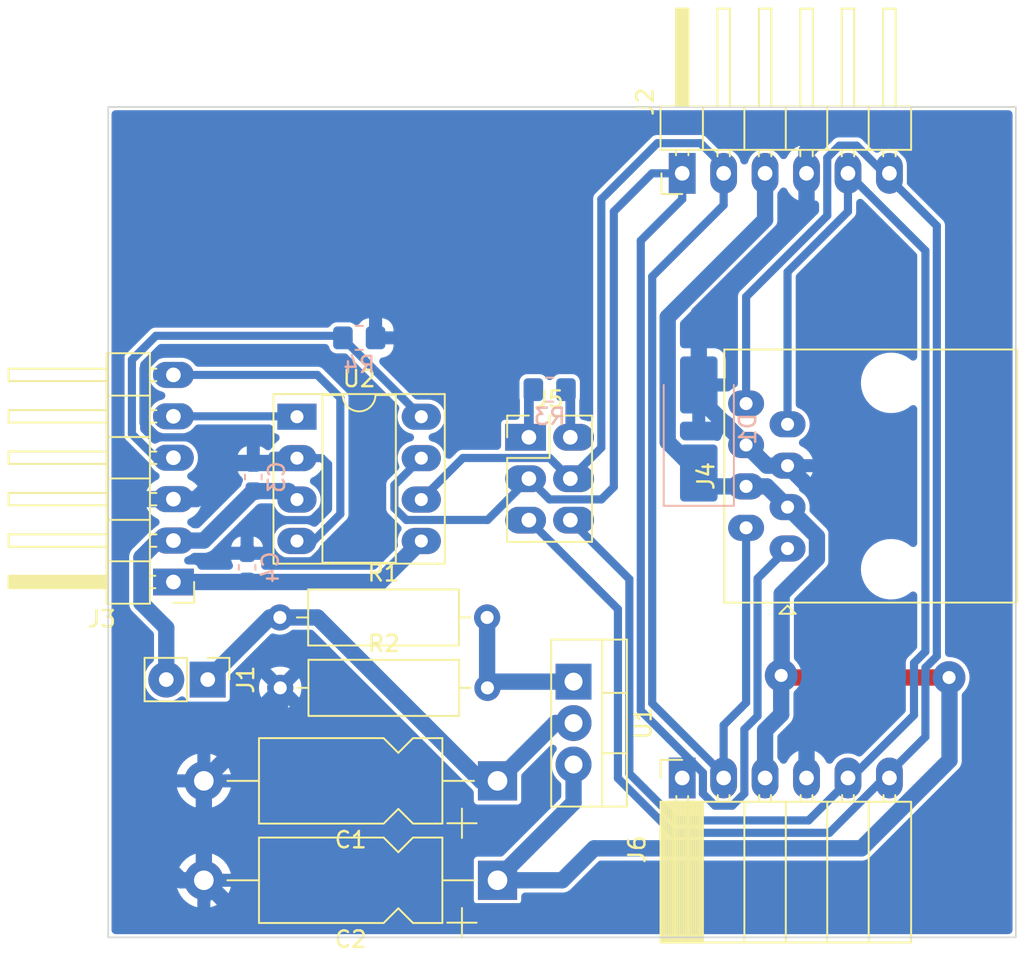
<source format=kicad_pcb>
(kicad_pcb (version 20221018) (generator pcbnew)
  (layers (0 "F.Cu" jumper) (31 "B.Cu" signal) (34 "B.Paste" user) (35 "F.Paste" user) (36 "B.SilkS" user "B.Silkscreen") (37 "F.SilkS" user "F.Silkscreen") (38 "B.Mask" user) (39 "F.Mask" user) (44 "Edge.Cuts" user))
  (net 0 "")
  (net 1 "/+5VCAN")
  (net 2 "GND")
  (net 3 "/+12CAN")
  (net 4 "+5V")
  (net 5 "/VIO")
  (net 6 "/CANH")
  (net 7 "/CANL")
  (net 8 "Net-(J2-Pin_5)")
  (net 9 "Net-(J2-Pin_6)")
  (net 10 "/TXD")
  (net 11 "/RXD")
  (net 12 "Net-(U1-ADJ)")
  (net 13 "/STBY")
  (net 14 "Net-(J5-Pin_1)")
  (net 15 "Net-(J5-Pin_2)")
  (footprint "Resistor_THT:R_Axial_DIN0309_L9.0mm_D3.2mm_P12.70mm_Horizontal" (layer "F.Cu") (at 192.278 139.827)
    (fp_text reference "R2" (at 6.35 -2.72) (layer "F.SilkS"))
    (fp_text value "360")
    (fp_line (start 1.04 0) (end 1.73 0) (stroke (width 0.12)) (layer "F.SilkS"))
    (fp_line (start 1.73 -1.72) (end 1.73 1.72) (stroke (width 0.12)) (layer "F.SilkS"))
    (fp_line (start 1.73 1.72) (end 10.97 1.72) (stroke (width 0.12)) (layer "F.SilkS"))
    (fp_line (start 10.97 -1.72) (end 1.73 -1.72) (stroke (width 0.12)) (layer "F.SilkS"))
    (fp_line (start 10.97 1.72) (end 10.97 -1.72) (stroke (width 0.12)) (layer "F.SilkS"))
    (fp_line (start 11.66 0) (end 10.97 0) (stroke (width 0.12)) (layer "F.SilkS"))
    (pad "1" thru_hole circle (at 0 0) (size 1.6 1.6) (drill 0.8) (layers "*.Cu" "*.Mask") (net 2 "GND"))
    (pad "2" thru_hole oval (at 12.7 0) (size 1.6 1.6) (drill 0.8) (layers "*.Cu" "*.Mask") (net 12 "Net-(U1-ADJ)"))
  )
  (footprint "Connector_PinHeader_2.54mm:PinHeader_2x03_P2.54mm_Vertical" (layer "F.Cu") (at 207.518 124.46)
    (fp_text reference "J5" (at 1.27 -2.33) (layer "F.SilkS"))
    (fp_text value "Conn_02x03_Odd_Even")
    (fp_line (start -1.33 -1.33) (end 0 -1.33) (stroke (width 0.12)) (layer "F.SilkS"))
    (fp_line (start -1.33 0) (end -1.33 -1.33) (stroke (width 0.12)) (layer "F.SilkS"))
    (fp_line (start -1.33 1.27) (end -1.33 6.41) (stroke (width 0.12)) (layer "F.SilkS"))
    (fp_line (start -1.33 1.27) (end 1.27 1.27) (stroke (width 0.12)) (layer "F.SilkS"))
    (fp_line (start -1.33 6.41) (end 3.87 6.41) (stroke (width 0.12)) (layer "F.SilkS"))
    (fp_line (start 1.27 -1.33) (end 3.87 -1.33) (stroke (width 0.12)) (layer "F.SilkS"))
    (fp_line (start 1.27 1.27) (end 1.27 -1.33) (stroke (width 0.12)) (layer "F.SilkS"))
    (fp_line (start 3.87 -1.33) (end 3.87 6.41) (stroke (width 0.12)) (layer "F.SilkS"))
    (pad "1" thru_hole rect locked (at 0 0) (size 2.5 1.64) (drill 0.9 (offset -0.2 0)) (layers "*.Cu" "*.Mask") (net 14 "Net-(J5-Pin_1)"))
    (pad "2" thru_hole oval locked (at 2.54 0) (size 2.5 1.64) (drill 0.9 (offset 0.2 0)) (layers "*.Cu" "*.Mask") (net 15 "Net-(J5-Pin_2)"))
    (pad "3" thru_hole oval locked (at 0 2.54) (size 2.5 1.64) (drill 0.9 (offset -0.2 0)) (layers "*.Cu" "*.Mask") (net 6 "/CANH"))
    (pad "4" thru_hole oval locked (at 2.54 2.54) (size 2.5 1.64) (drill 0.9 (offset 0.2 0)) (layers "*.Cu" "*.Mask") (net 7 "/CANL"))
    (pad "5" thru_hole oval locked (at 0 5.08) (size 2.5 1.64) (drill 0.9 (offset -0.2 0)) (layers "*.Cu" "*.Mask") (net 9 "Net-(J2-Pin_6)"))
    (pad "6" thru_hole oval locked (at 2.54 5.08) (size 2.5 1.64) (drill 0.9 (offset 0.2 0)) (layers "*.Cu" "*.Mask") (net 8 "Net-(J2-Pin_5)"))
  )
  (footprint "Connector_PinHeader_2.54mm:PinHeader_1x02_P2.54mm_Vertical" (layer "F.Cu") (at 187.833 139.319 -90)
    (fp_text reference "J1" (at 0 -2.33 -270) (layer "F.SilkS"))
    (fp_text value "Conn_01x02_Pin")
    (fp_line (start -1.33 -1.33) (end 0 -1.33) (stroke (width 0.12)) (layer "F.SilkS"))
    (fp_line (start -1.33 0) (end -1.33 -1.33) (stroke (width 0.12)) (layer "F.SilkS"))
    (fp_line (start -1.33 1.27) (end -1.33 3.87) (stroke (width 0.12)) (layer "F.SilkS"))
    (fp_line (start -1.33 1.27) (end 1.33 1.27) (stroke (width 0.12)) (layer "F.SilkS"))
    (fp_line (start -1.33 3.87) (end 1.33 3.87) (stroke (width 0.12)) (layer "F.SilkS"))
    (fp_line (start 1.33 1.27) (end 1.33 3.87) (stroke (width 0.12)) (layer "F.SilkS"))
    (pad "1" thru_hole rect (at 0 0 270) (size 2.2 2.2) (drill 0.9) (layers "*.Cu" "*.Mask") (net 1 "/+5VCAN"))
    (pad "2" thru_hole oval (at 0 2.54 270) (size 2.2 2.2) (drill 0.9) (layers "*.Cu" "*.Mask") (net 4 "+5V"))
  )
  (footprint "Connector_PinHeader_2.54mm:PinHeader_1x06_P2.54mm_Horizontal" (layer "F.Cu") (at 216.916 108.2735 90)
    (fp_text reference "J2" (at 4.385 -2.27 90) (layer "F.SilkS"))
    (fp_text value "Conn_01x06_Pin")
    (fp_line (start -1.27 -1.27) (end 0 -1.27) (stroke (width 0.12)) (layer "F.SilkS"))
    (fp_line (start -1.27 0) (end -1.27 -1.27) (stroke (width 0.12)) (layer "F.SilkS"))
    (fp_line (start 1.042929 2.16) (end 1.44 2.16) (stroke (width 0.12)) (layer "F.SilkS"))
    (fp_line (start 1.042929 2.92) (end 1.44 2.92) (stroke (width 0.12)) (layer "F.SilkS"))
    (fp_line (start 1.042929 4.7) (end 1.44 4.7) (stroke (width 0.12)) (layer "F.SilkS"))
    (fp_line (start 1.042929 5.46) (end 1.44 5.46) (stroke (width 0.12)) (layer "F.SilkS"))
    (fp_line (start 1.042929 7.24) (end 1.44 7.24) (stroke (width 0.12)) (layer "F.SilkS"))
    (fp_line (start 1.042929 8) (end 1.44 8) (stroke (width 0.12)) (layer "F.SilkS"))
    (fp_line (start 1.042929 9.78) (end 1.44 9.78) (stroke (width 0.12)) (layer "F.SilkS"))
    (fp_line (start 1.042929 10.54) (end 1.44 10.54) (stroke (width 0.12)) (layer "F.SilkS"))
    (fp_line (start 1.042929 12.32) (end 1.44 12.32) (stroke (width 0.12)) (layer "F.SilkS"))
    (fp_line (start 1.042929 13.08) (end 1.44 13.08) (stroke (width 0.12)) (layer "F.SilkS"))
    (fp_line (start 1.11 -0.38) (end 1.44 -0.38) (stroke (width 0.12)) (layer "F.SilkS"))
    (fp_line (start 1.11 0.38) (end 1.44 0.38) (stroke (width 0.12)) (layer "F.SilkS"))
    (fp_line (start 1.44 -1.33) (end 1.44 14.03) (stroke (width 0.12)) (layer "F.SilkS"))
    (fp_line (start 1.44 1.27) (end 4.1 1.27) (stroke (width 0.12)) (layer "F.SilkS"))
    (fp_line (start 1.44 3.81) (end 4.1 3.81) (stroke (width 0.12)) (layer "F.SilkS"))
    (fp_line (start 1.44 6.35) (end 4.1 6.35) (stroke (width 0.12)) (layer "F.SilkS"))
    (fp_line (start 1.44 8.89) (end 4.1 8.89) (stroke (width 0.12)) (layer "F.SilkS"))
    (fp_line (start 1.44 11.43) (end 4.1 11.43) (stroke (width 0.12)) (layer "F.SilkS"))
    (fp_line (start 1.44 14.03) (end 4.1 14.03) (stroke (width 0.12)) (layer "F.SilkS"))
    (fp_line (start 4.1 -1.33) (end 1.44 -1.33) (stroke (width 0.12)) (layer "F.SilkS"))
    (fp_line (start 4.1 -0.38) (end 10.1 -0.38) (stroke (width 0.12)) (layer "F.SilkS"))
    (fp_line (start 4.1 -0.32) (end 10.1 -0.32) (stroke (width 0.12)) (layer "F.SilkS"))
    (fp_line (start 4.1 -0.2) (end 10.1 -0.2) (stroke (width 0.12)) (layer "F.SilkS"))
    (fp_line (start 4.1 -0.08) (end 10.1 -0.08) (stroke (width 0.12)) (layer "F.SilkS"))
    (fp_line (start 4.1 0.04) (end 10.1 0.04) (stroke (width 0.12)) (layer "F.SilkS"))
    (fp_line (start 4.1 0.16) (end 10.1 0.16) (stroke (width 0.12)) (layer "F.SilkS"))
    (fp_line (start 4.1 0.28) (end 10.1 0.28) (stroke (width 0.12)) (layer "F.SilkS"))
    (fp_line (start 4.1 2.16) (end 10.1 2.16) (stroke (width 0.12)) (layer "F.SilkS"))
    (fp_line (start 4.1 4.7) (end 10.1 4.7) (stroke (width 0.12)) (layer "F.SilkS"))
    (fp_line (start 4.1 7.24) (end 10.1 7.24) (stroke (width 0.12)) (layer "F.SilkS"))
    (fp_line (start 4.1 9.78) (end 10.1 9.78) (stroke (width 0.12)) (layer "F.SilkS"))
    (fp_line (start 4.1 12.32) (end 10.1 12.32) (stroke (width 0.12)) (layer "F.SilkS"))
    (fp_line (start 4.1 14.03) (end 4.1 -1.33) (stroke (width 0.12)) (layer "F.SilkS"))
    (fp_line (start 10.1 -0.38) (end 10.1 0.38) (stroke (width 0.12)) (layer "F.SilkS"))
    (fp_line (start 10.1 0.38) (end 4.1 0.38) (stroke (width 0.12)) (layer "F.SilkS"))
    (fp_line (start 10.1 2.16) (end 10.1 2.92) (stroke (width 0.12)) (layer "F.SilkS"))
    (fp_line (start 10.1 2.92) (end 4.1 2.92) (stroke (width 0.12)) (layer "F.SilkS"))
    (fp_line (start 10.1 4.7) (end 10.1 5.46) (stroke (width 0.12)) (layer "F.SilkS"))
    (fp_line (start 10.1 5.46) (end 4.1 5.46) (stroke (width 0.12)) (layer "F.SilkS"))
    (fp_line (start 10.1 7.24) (end 10.1 8) (stroke (width 0.12)) (layer "F.SilkS"))
    (fp_line (start 10.1 8) (end 4.1 8) (stroke (width 0.12)) (layer "F.SilkS"))
    (fp_line (start 10.1 9.78) (end 10.1 10.54) (stroke (width 0.12)) (layer "F.SilkS"))
    (fp_line (start 10.1 10.54) (end 4.1 10.54) (stroke (width 0.12)) (layer "F.SilkS"))
    (fp_line (start 10.1 12.32) (end 10.1 13.08) (stroke (width 0.12)) (layer "F.SilkS"))
    (fp_line (start 10.1 13.08) (end 4.1 13.08) (stroke (width 0.12)) (layer "F.SilkS"))
    (pad "1" thru_hole rect locked (at 0 0 90) (size 2.5 1.64) (drill 0.9) (layers "*.Cu" "*.Mask") (net 6 "/CANH"))
    (pad "2" thru_hole oval locked (at 0 2.54 90) (size 2.5 1.64) (drill 0.9) (layers "*.Cu" "*.Mask") (net 7 "/CANL"))
    (pad "3" thru_hole oval locked (at 0 5.08 90) (size 2.5 1.64) (drill 0.9) (layers "*.Cu" "*.Mask") (net 3 "/+12CAN"))
    (pad "4" thru_hole oval locked (at 0 7.62 90) (size 2.5 1.64) (drill 0.9) (layers "*.Cu" "*.Mask") (net 2 "GND"))
    (pad "5" thru_hole oval locked (at 0 10.16 90) (size 2.5 1.64) (drill 0.9) (layers "*.Cu" "*.Mask") (net 8 "Net-(J2-Pin_5)"))
    (pad "6" thru_hole oval locked (at 0 12.7 90) (size 2.5 1.64) (drill 0.9) (layers "*.Cu" "*.Mask") (net 9 "Net-(J2-Pin_6)"))
  )
  (footprint "local:RJ45_Amphenol_54602-x08_Horizontal_handsolder" (layer "F.Cu") (at 223.373 131.2825 90)
    (fp_text reference "J4" (at 4.445 -5 90) (layer "F.SilkS"))
    (fp_text value "RJ45")
    (fp_line (start -4 -0.5) (end -4 0.5) (stroke (width 0.12)) (layer "F.SilkS"))
    (fp_line (start -4 0.5) (end -3.5 0) (stroke (width 0.12)) (layer "F.SilkS"))
    (fp_line (start -3.5 0) (end -4 -0.5) (stroke (width 0.12)) (layer "F.SilkS"))
    (fp_line (start -3.315 -3.88) (end -3.315 14.08) (stroke (width 0.12)) (layer "F.SilkS"))
    (fp_line (start -3.315 14.08) (end 12.205 14.08) (stroke (width 0.12)) (layer "F.SilkS"))
    (fp_line (start 12.205 -3.88) (end -3.315 -3.88) (stroke (width 0.12)) (layer "F.SilkS"))
    (fp_line (start 12.205 -3.88) (end 12.205 14.08) (stroke (width 0.12)) (layer "F.SilkS"))
    (pad "" np_thru_hole circle locked (at -1.27 6.35 90) (size 3.2 3.2) (drill 3.2) (layers "*.Cu" "*.Mask"))
    (pad "" np_thru_hole circle locked (at 10.16 6.35 90) (size 3.2 3.2) (drill 3.2) (layers "*.Cu" "*.Mask"))
    (pad "1" thru_hole oval locked (at 0 0 90) (size 1.6 2.2) (drill 0.8) (layers "*.Cu" "*.Mask") (net 6 "/CANH"))
    (pad "2" thru_hole oval locked (at 1.27 -2.54 90) (size 1.6 2.2) (drill 0.8) (layers "*.Cu" "*.Mask") (net 7 "/CANL"))
    (pad "3" thru_hole oval locked (at 2.54 0 90) (size 1.6 2.2) (drill 0.8) (layers "*.Cu" "*.Mask") (net 3 "/+12CAN"))
    (pad "4" thru_hole oval locked (at 3.81 -2.54 90) (size 1.6 2.2) (drill 0.8) (layers "*.Cu" "*.Mask") (net 3 "/+12CAN"))
    (pad "5" thru_hole oval locked (at 5.08 0 90) (size 1.6 2.2) (drill 0.8) (layers "*.Cu" "*.Mask") (net 2 "GND"))
    (pad "6" thru_hole oval locked (at 6.35 -2.54 90) (size 1.6 2.2) (drill 0.8) (layers "*.Cu" "*.Mask") (net 2 "GND"))
    (pad "7" thru_hole oval locked (at 7.62 0 90) (size 1.6 2.2) (drill 0.8) (layers "*.Cu" "*.Mask") (net 8 "Net-(J2-Pin_5)"))
    (pad "8" thru_hole oval locked (at 8.89 -2.54 90) (size 1.6 2.2) (drill 0.8) (layers "*.Cu" "*.Mask") (net 9 "Net-(J2-Pin_6)"))
  )
  (footprint "Capacitor_THT:CP_Axial_L11.0mm_D5.0mm_P18.00mm_Horizontal" (layer "F.Cu") (at 205.596 151.6265 180)
    (fp_text reference "C2" (at 9 -3.62) (layer "F.SilkS"))
    (fp_text value "10µ")
    (fp_line (start 1.28 -2.6) (end 3.08 -2.6) (stroke (width 0.12)) (layer "F.SilkS"))
    (fp_line (start 1.44 0) (end 3.38 0) (stroke (width 0.12)) (layer "F.SilkS"))
    (fp_line (start 2.18 -3.5) (end 2.18 -1.7) (stroke (width 0.12)) (layer "F.SilkS"))
    (fp_line (start 3.38 -2.62) (end 3.38 2.62) (stroke (width 0.12)) (layer "F.SilkS"))
    (fp_line (start 3.38 -2.62) (end 5.18 -2.62) (stroke (width 0.12)) (layer "F.SilkS"))
    (fp_line (start 3.38 2.62) (end 5.18 2.62) (stroke (width 0.12)) (layer "F.SilkS"))
    (fp_line (start 5.18 -2.62) (end 6.08 -1.72) (stroke (width 0.12)) (layer "F.SilkS"))
    (fp_line (start 5.18 2.62) (end 6.08 1.72) (stroke (width 0.12)) (layer "F.SilkS"))
    (fp_line (start 6.08 -1.72) (end 6.98 -2.62) (stroke (width 0.12)) (layer "F.SilkS"))
    (fp_line (start 6.08 1.72) (end 6.98 2.62) (stroke (width 0.12)) (layer "F.SilkS"))
    (fp_line (start 6.98 -2.62) (end 14.62 -2.62) (stroke (width 0.12)) (layer "F.SilkS"))
    (fp_line (start 6.98 2.62) (end 14.62 2.62) (stroke (width 0.12)) (layer "F.SilkS"))
    (fp_line (start 14.62 -2.62) (end 14.62 2.62) (stroke (width 0.12)) (layer "F.SilkS"))
    (fp_line (start 16.56 0) (end 14.62 0) (stroke (width 0.12)) (layer "F.SilkS"))
    (pad "1" thru_hole rect (at 0 0 180) (size 2.4 2.4) (drill 1.2) (layers "*.Cu" "*.Mask") (net 3 "/+12CAN"))
    (pad "2" thru_hole oval (at 18 0 180) (size 2.4 2.4) (drill 1.2) (layers "*.Cu" "*.Mask") (net 2 "GND"))
  )
  (footprint "Connector_PinHeader_2.54mm:PinHeader_1x06_P2.54mm_Horizontal" (layer "F.Cu") (at 185.731 133.335 180)
    (fp_text reference "J3" (at 4.385 -2.27) (layer "F.SilkS"))
    (fp_text value "Conn_01x06_Pin")
    (fp_line (start -1.27 -1.27) (end 0 -1.27) (stroke (width 0.12)) (layer "F.SilkS"))
    (fp_line (start -1.27 0) (end -1.27 -1.27) (stroke (width 0.12)) (layer "F.SilkS"))
    (fp_line (start 1.042929 2.16) (end 1.44 2.16) (stroke (width 0.12)) (layer "F.SilkS"))
    (fp_line (start 1.042929 2.92) (end 1.44 2.92) (stroke (width 0.12)) (layer "F.SilkS"))
    (fp_line (start 1.042929 4.7) (end 1.44 4.7) (stroke (width 0.12)) (layer "F.SilkS"))
    (fp_line (start 1.042929 5.46) (end 1.44 5.46) (stroke (width 0.12)) (layer "F.SilkS"))
    (fp_line (start 1.042929 7.24) (end 1.44 7.24) (stroke (width 0.12)) (layer "F.SilkS"))
    (fp_line (start 1.042929 8) (end 1.44 8) (stroke (width 0.12)) (layer "F.SilkS"))
    (fp_line (start 1.042929 9.78) (end 1.44 9.78) (stroke (width 0.12)) (layer "F.SilkS"))
    (fp_line (start 1.042929 10.54) (end 1.44 10.54) (stroke (width 0.12)) (layer "F.SilkS"))
    (fp_line (start 1.042929 12.32) (end 1.44 12.32) (stroke (width 0.12)) (layer "F.SilkS"))
    (fp_line (start 1.042929 13.08) (end 1.44 13.08) (stroke (width 0.12)) (layer "F.SilkS"))
    (fp_line (start 1.11 -0.38) (end 1.44 -0.38) (stroke (width 0.12)) (layer "F.SilkS"))
    (fp_line (start 1.11 0.38) (end 1.44 0.38) (stroke (width 0.12)) (layer "F.SilkS"))
    (fp_line (start 1.44 -1.33) (end 1.44 14.03) (stroke (width 0.12)) (layer "F.SilkS"))
    (fp_line (start 1.44 1.27) (end 4.1 1.27) (stroke (width 0.12)) (layer "F.SilkS"))
    (fp_line (start 1.44 3.81) (end 4.1 3.81) (stroke (width 0.12)) (layer "F.SilkS"))
    (fp_line (start 1.44 6.35) (end 4.1 6.35) (stroke (width 0.12)) (layer "F.SilkS"))
    (fp_line (start 1.44 8.89) (end 4.1 8.89) (stroke (width 0.12)) (layer "F.SilkS"))
    (fp_line (start 1.44 11.43) (end 4.1 11.43) (stroke (width 0.12)) (layer "F.SilkS"))
    (fp_line (start 1.44 14.03) (end 4.1 14.03) (stroke (width 0.12)) (layer "F.SilkS"))
    (fp_line (start 4.1 -1.33) (end 1.44 -1.33) (stroke (width 0.12)) (layer "F.SilkS"))
    (fp_line (start 4.1 -0.38) (end 10.1 -0.38) (stroke (width 0.12)) (layer "F.SilkS"))
    (fp_line (start 4.1 -0.32) (end 10.1 -0.32) (stroke (width 0.12)) (layer "F.SilkS"))
    (fp_line (start 4.1 -0.2) (end 10.1 -0.2) (stroke (width 0.12)) (layer "F.SilkS"))
    (fp_line (start 4.1 -0.08) (end 10.1 -0.08) (stroke (width 0.12)) (layer "F.SilkS"))
    (fp_line (start 4.1 0.04) (end 10.1 0.04) (stroke (width 0.12)) (layer "F.SilkS"))
    (fp_line (start 4.1 0.16) (end 10.1 0.16) (stroke (width 0.12)) (layer "F.SilkS"))
    (fp_line (start 4.1 0.28) (end 10.1 0.28) (stroke (width 0.12)) (layer "F.SilkS"))
    (fp_line (start 4.1 2.16) (end 10.1 2.16) (stroke (width 0.12)) (layer "F.SilkS"))
    (fp_line (start 4.1 4.7) (end 10.1 4.7) (stroke (width 0.12)) (layer "F.SilkS"))
    (fp_line (start 4.1 7.24) (end 10.1 7.24) (stroke (width 0.12)) (layer "F.SilkS"))
    (fp_line (start 4.1 9.78) (end 10.1 9.78) (stroke (width 0.12)) (layer "F.SilkS"))
    (fp_line (start 4.1 12.32) (end 10.1 12.32) (stroke (width 0.12)) (layer "F.SilkS"))
    (fp_line (start 4.1 14.03) (end 4.1 -1.33) (stroke (width 0.12)) (layer "F.SilkS"))
    (fp_line (start 10.1 -0.38) (end 10.1 0.38) (stroke (width 0.12)) (layer "F.SilkS"))
    (fp_line (start 10.1 0.38) (end 4.1 0.38) (stroke (width 0.12)) (layer "F.SilkS"))
    (fp_line (start 10.1 2.16) (end 10.1 2.92) (stroke (width 0.12)) (layer "F.SilkS"))
    (fp_line (start 10.1 2.92) (end 4.1 2.92) (stroke (width 0.12)) (layer "F.SilkS"))
    (fp_line (start 10.1 4.7) (end 10.1 5.46) (stroke (width 0.12)) (layer "F.SilkS"))
    (fp_line (start 10.1 5.46) (end 4.1 5.46) (stroke (width 0.12)) (layer "F.SilkS"))
    (fp_line (start 10.1 7.24) (end 10.1 8) (stroke (width 0.12)) (layer "F.SilkS"))
    (fp_line (start 10.1 8) (end 4.1 8) (stroke (width 0.12)) (layer "F.SilkS"))
    (fp_line (start 10.1 9.78) (end 10.1 10.54) (stroke (width 0.12)) (layer "F.SilkS"))
    (fp_line (start 10.1 10.54) (end 4.1 10.54) (stroke (width 0.12)) (layer "F.SilkS"))
    (fp_line (start 10.1 12.32) (end 10.1 13.08) (stroke (width 0.12)) (layer "F.SilkS"))
    (fp_line (start 10.1 13.08) (end 4.1 13.08) (stroke (width 0.12)) (layer "F.SilkS"))
    (pad "1" thru_hole rect locked (at 0 0 180) (size 2.5 1.64) (drill 0.9) (layers "*.Cu" "*.Mask") (net 5 "/VIO"))
    (pad "2" thru_hole oval locked (at 0 2.54 180) (size 2.5 1.6) (drill 0.9) (layers "*.Cu" "*.Mask") (net 4 "+5V"))
    (pad "3" thru_hole oval locked (at 0 5.08 180) (size 2.5 1.6) (drill 0.9) (layers "*.Cu" "*.Mask") (net 2 "GND"))
    (pad "4" thru_hole oval locked (at 0 7.62 180) (size 2.5 1.6) (drill 0.9) (layers "*.Cu" "*.Mask") (net 13 "/STBY"))
    (pad "5" thru_hole oval locked (at 0 10.16 180) (size 2.5 1.6) (drill 0.9) (layers "*.Cu" "*.Mask") (net 10 "/TXD"))
    (pad "6" thru_hole oval locked (at 0 12.7 180) (size 2.5 1.6) (drill 0.9) (layers "*.Cu" "*.Mask") (net 11 "/RXD"))
  )
  (footprint "Package_TO_SOT_THT:TO-220-3_Vertical" (layer "F.Cu") (at 210.256 139.446 -90)
    (fp_text reference "U1" (at 2.54 -4.27 90) (layer "F.SilkS"))
    (fp_text value "LD1117V")
    (fp_line (start -2.58 -3.27) (end -2.58 1.371) (stroke (width 0.12)) (layer "F.SilkS"))
    (fp_line (start -2.58 -3.27) (end 7.66 -3.27) (stroke (width 0.12)) (layer "F.SilkS"))
    (fp_line (start -2.58 -1.76) (end 7.66 -1.76) (stroke (width 0.12)) (layer "F.SilkS"))
    (fp_line (start -2.58 1.371) (end 7.66 1.371) (stroke (width 0.12)) (layer "F.SilkS"))
    (fp_line (start 0.69 -3.27) (end 0.69 -1.76) (stroke (width 0.12)) (layer "F.SilkS"))
    (fp_line (start 4.391 -3.27) (end 4.391 -1.76) (stroke (width 0.12)) (layer "F.SilkS"))
    (fp_line (start 7.66 -3.27) (end 7.66 1.371) (stroke (width 0.12)) (layer "F.SilkS"))
    (pad "1" thru_hole rect (at 0 0 270) (size 2.2 2.2) (drill 1.1) (layers "*.Cu" "*.Mask") (net 12 "Net-(U1-ADJ)"))
    (pad "2" thru_hole oval (at 2.54 0 270) (size 2.2 2.2) (drill 1.1) (layers "*.Cu" "*.Mask") (net 1 "/+5VCAN"))
    (pad "3" thru_hole oval (at 5.08 0 270) (size 2.2 2.2) (drill 1.1) (layers "*.Cu" "*.Mask") (net 3 "/+12CAN"))
  )
  (footprint "Resistor_THT:R_Axial_DIN0309_L9.0mm_D3.2mm_P12.70mm_Horizontal" (layer "F.Cu") (at 192.259 135.509)
    (fp_text reference "R1" (at 6.35 -2.72) (layer "F.SilkS"))
    (fp_text value "120")
    (fp_line (start 1.04 0) (end 1.73 0) (stroke (width 0.12)) (layer "F.SilkS"))
    (fp_line (start 1.73 -1.72) (end 1.73 1.72) (stroke (width 0.12)) (layer "F.SilkS"))
    (fp_line (start 1.73 1.72) (end 10.97 1.72) (stroke (width 0.12)) (layer "F.SilkS"))
    (fp_line (start 10.97 -1.72) (end 1.73 -1.72) (stroke (width 0.12)) (layer "F.SilkS"))
    (fp_line (start 10.97 1.72) (end 10.97 -1.72) (stroke (width 0.12)) (layer "F.SilkS"))
    (fp_line (start 11.66 0) (end 10.97 0) (stroke (width 0.12)) (layer "F.SilkS"))
    (pad "1" thru_hole circle (at 0 0) (size 1.6 1.6) (drill 0.8) (layers "*.Cu" "*.Mask") (net 1 "/+5VCAN"))
    (pad "2" thru_hole oval (at 12.7 0) (size 1.6 1.6) (drill 0.8) (layers "*.Cu" "*.Mask") (net 12 "Net-(U1-ADJ)"))
  )
  (footprint "Capacitor_THT:CP_Axial_L11.0mm_D5.0mm_P18.00mm_Horizontal" (layer "F.Cu") (at 205.596 145.5305 180)
    (fp_text reference "C1" (at 9 -3.62) (layer "F.SilkS"))
    (fp_text value "10µ")
    (fp_line (start 1.28 -2.6) (end 3.08 -2.6) (stroke (width 0.12)) (layer "F.SilkS"))
    (fp_line (start 1.44 0) (end 3.38 0) (stroke (width 0.12)) (layer "F.SilkS"))
    (fp_line (start 2.18 -3.5) (end 2.18 -1.7) (stroke (width 0.12)) (layer "F.SilkS"))
    (fp_line (start 3.38 -2.62) (end 3.38 2.62) (stroke (width 0.12)) (layer "F.SilkS"))
    (fp_line (start 3.38 -2.62) (end 5.18 -2.62) (stroke (width 0.12)) (layer "F.SilkS"))
    (fp_line (start 3.38 2.62) (end 5.18 2.62) (stroke (width 0.12)) (layer "F.SilkS"))
    (fp_line (start 5.18 -2.62) (end 6.08 -1.72) (stroke (width 0.12)) (layer "F.SilkS"))
    (fp_line (start 5.18 2.62) (end 6.08 1.72) (stroke (width 0.12)) (layer "F.SilkS"))
    (fp_line (start 6.08 -1.72) (end 6.98 -2.62) (stroke (width 0.12)) (layer "F.SilkS"))
    (fp_line (start 6.08 1.72) (end 6.98 2.62) (stroke (width 0.12)) (layer "F.SilkS"))
    (fp_line (start 6.98 -2.62) (end 14.62 -2.62) (stroke (width 0.12)) (layer "F.SilkS"))
    (fp_line (start 6.98 2.62) (end 14.62 2.62) (stroke (width 0.12)) (layer "F.SilkS"))
    (fp_line (start 14.62 -2.62) (end 14.62 2.62) (stroke (width 0.12)) (layer "F.SilkS"))
    (fp_line (start 16.56 0) (end 14.62 0) (stroke (width 0.12)) (layer "F.SilkS"))
    (pad "1" thru_hole rect (at 0 0 180) (size 2.4 2.4) (drill 1.2) (layers "*.Cu" "*.Mask") (net 1 "/+5VCAN"))
    (pad "2" thru_hole oval (at 18 0 180) (size 2.4 2.4) (drill 1.2) (layers "*.Cu" "*.Mask") (net 2 "GND"))
  )
  (footprint "Package_DIP:DIP-8_W7.62mm_Socket_LongPads" (layer "F.Cu") (at 193.304 123.2)
    (fp_text reference "U2" (at 3.81 -2.33) (layer "F.SilkS"))
    (fp_text value "MCP2542I/SO")
    (fp_line (start -1.44 -1.39) (end -1.44 9.01) (stroke (width 0.12)) (layer "F.SilkS"))
    (fp_line (start -1.44 9.01) (end 9.06 9.01) (stroke (width 0.12)) (layer "F.SilkS"))
    (fp_line (start 1.56 -1.33) (end 1.56 8.95) (stroke (width 0.12)) (layer "F.SilkS"))
    (fp_line (start 1.56 8.95) (end 6.06 8.95) (stroke (width 0.12)) (layer "F.SilkS"))
    (fp_line (start 2.81 -1.33) (end 1.56 -1.33) (stroke (width 0.12)) (layer "F.SilkS"))
    (fp_line (start 6.06 -1.33) (end 4.81 -1.33) (stroke (width 0.12)) (layer "F.SilkS"))
    (fp_line (start 6.06 8.95) (end 6.06 -1.33) (stroke (width 0.12)) (layer "F.SilkS"))
    (fp_line (start 9.06 -1.39) (end -1.44 -1.39) (stroke (width 0.12)) (layer "F.SilkS"))
    (fp_line (start 9.06 9.01) (end 9.06 -1.39) (stroke (width 0.12)) (layer "F.SilkS"))
    (fp_arc (start 4.81 -1.33) (mid 3.81 -0.33) (end 2.81 -1.33) (stroke (width 0.12)) (layer "F.SilkS"))
    (pad "1" thru_hole rect (at 0 0) (size 2.4 1.6) (drill 0.8) (layers "*.Cu" "*.Mask") (net 10 "/TXD"))
    (pad "2" thru_hole oval (at 0 2.54) (size 2.4 1.6) (drill 0.8) (layers "*.Cu" "*.Mask") (net 2 "GND"))
    (pad "3" thru_hole oval (at 0 5.08) (size 2.4 1.6) (drill 0.8) (layers "*.Cu" "*.Mask") (net 4 "+5V"))
    (pad "4" thru_hole oval (at 0 7.62) (size 2.4 1.6) (drill 0.8) (layers "*.Cu" "*.Mask") (net 11 "/RXD"))
    (pad "5" thru_hole oval (at 7.62 7.62) (size 2.4 1.6) (drill 0.8) (layers "*.Cu" "*.Mask") (net 5 "/VIO"))
    (pad "6" thru_hole oval (at 7.62 5.08) (size 2.4 1.6) (drill 0.8) (layers "*.Cu" "*.Mask") (net 7 "/CANL"))
    (pad "7" thru_hole oval (at 7.62 2.54) (size 2.4 1.6) (drill 0.8) (layers "*.Cu" "*.Mask") (net 6 "/CANH"))
    (pad "8" thru_hole oval (at 7.62 0) (size 2.4 1.6) (drill 0.8) (layers "*.Cu" "*.Mask") (net 13 "/STBY"))
  )
  (footprint "Connector_PinSocket_2.54mm:PinSocket_1x06_P2.54mm_Horizontal" (layer "F.Cu") (at 216.916 145.3515 90)
    (fp_text reference "J6" (at -4.38 -2.77 90) (layer "F.SilkS"))
    (fp_text value "Conn_01x06_Socket")
    (fp_line (start -10.09 -1.33) (end -10.09 14.03) (stroke (width 0.12)) (layer "F.SilkS"))
    (fp_line (start -10.09 -1.33) (end -1.46 -1.33) (stroke (width 0.12)) (layer "F.SilkS"))
    (fp_line (start -10.09 -1.21) (end -1.46 -1.21) (stroke (width 0.12)) (layer "F.SilkS"))
    (fp_line (start -10.09 -1.091905) (end -1.46 -1.091905) (stroke (width 0.12)) (layer "F.SilkS"))
    (fp_line (start -10.09 -0.97381) (end -1.46 -0.97381) (stroke (width 0.12)) (layer "F.SilkS"))
    (fp_line (start -10.09 -0.855715) (end -1.46 -0.855715) (stroke (width 0.12)) (layer "F.SilkS"))
    (fp_line (start -10.09 -0.73762) (end -1.46 -0.73762) (stroke (width 0.12)) (layer "F.SilkS"))
    (fp_line (start -10.09 -0.619525) (end -1.46 -0.619525) (stroke (width 0.12)) (layer "F.SilkS"))
    (fp_line (start -10.09 -0.50143) (end -1.46 -0.50143) (stroke (width 0.12)) (layer "F.SilkS"))
    (fp_line (start -10.09 -0.383335) (end -1.46 -0.383335) (stroke (width 0.12)) (layer "F.SilkS"))
    (fp_line (start -10.09 -0.26524) (end -1.46 -0.26524) (stroke (width 0.12)) (layer "F.SilkS"))
    (fp_line (start -10.09 -0.147145) (end -1.46 -0.147145) (stroke (width 0.12)) (layer "F.SilkS"))
    (fp_line (start -10.09 -0.02905) (end -1.46 -0.02905) (stroke (width 0.12)) (layer "F.SilkS"))
    (fp_line (start -10.09 0.089045) (end -1.46 0.089045) (stroke (width 0.12)) (layer "F.SilkS"))
    (fp_line (start -10.09 0.20714) (end -1.46 0.20714) (stroke (width 0.12)) (layer "F.SilkS"))
    (fp_line (start -10.09 0.325235) (end -1.46 0.325235) (stroke (width 0.12)) (layer "F.SilkS"))
    (fp_line (start -10.09 0.44333) (end -1.46 0.44333) (stroke (width 0.12)) (layer "F.SilkS"))
    (fp_line (start -10.09 0.561425) (end -1.46 0.561425) (stroke (width 0.12)) (layer "F.SilkS"))
    (fp_line (start -10.09 0.67952) (end -1.46 0.67952) (stroke (width 0.12)) (layer "F.SilkS"))
    (fp_line (start -10.09 0.797615) (end -1.46 0.797615) (stroke (width 0.12)) (layer "F.SilkS"))
    (fp_line (start -10.09 0.91571) (end -1.46 0.91571) (stroke (width 0.12)) (layer "F.SilkS"))
    (fp_line (start -10.09 1.033805) (end -1.46 1.033805) (stroke (width 0.12)) (layer "F.SilkS"))
    (fp_line (start -10.09 1.1519) (end -1.46 1.1519) (stroke (width 0.12)) (layer "F.SilkS"))
    (fp_line (start -10.09 1.27) (end -1.46 1.27) (stroke (width 0.12)) (layer "F.SilkS"))
    (fp_line (start -10.09 3.81) (end -1.46 3.81) (stroke (width 0.12)) (layer "F.SilkS"))
    (fp_line (start -10.09 6.35) (end -1.46 6.35) (stroke (width 0.12)) (layer "F.SilkS"))
    (fp_line (start -10.09 8.89) (end -1.46 8.89) (stroke (width 0.12)) (layer "F.SilkS"))
    (fp_line (start -10.09 11.43) (end -1.46 11.43) (stroke (width 0.12)) (layer "F.SilkS"))
    (fp_line (start -10.09 14.03) (end -1.46 14.03) (stroke (width 0.12)) (layer "F.SilkS"))
    (fp_line (start -1.46 -1.33) (end -1.46 14.03) (stroke (width 0.12)) (layer "F.SilkS"))
    (fp_line (start -1.46 -0.36) (end -1.11 -0.36) (stroke (width 0.12)) (layer "F.SilkS"))
    (fp_line (start -1.46 0.36) (end -1.11 0.36) (stroke (width 0.12)) (layer "F.SilkS"))
    (fp_line (start -1.46 2.18) (end -1.05 2.18) (stroke (width 0.12)) (layer "F.SilkS"))
    (fp_line (start -1.46 2.9) (end -1.05 2.9) (stroke (width 0.12)) (layer "F.SilkS"))
    (fp_line (start -1.46 4.72) (end -1.05 4.72) (stroke (width 0.12)) (layer "F.SilkS"))
    (fp_line (start -1.46 5.44) (end -1.05 5.44) (stroke (width 0.12)) (layer "F.SilkS"))
    (fp_line (start -1.46 7.26) (end -1.05 7.26) (stroke (width 0.12)) (layer "F.SilkS"))
    (fp_line (start -1.46 7.98) (end -1.05 7.98) (stroke (width 0.12)) (layer "F.SilkS"))
    (fp_line (start -1.46 9.8) (end -1.05 9.8) (stroke (width 0.12)) (layer "F.SilkS"))
    (fp_line (start -1.46 10.52) (end -1.05 10.52) (stroke (width 0.12)) (layer "F.SilkS"))
    (fp_line (start -1.46 12.34) (end -1.05 12.34) (stroke (width 0.12)) (layer "F.SilkS"))
    (fp_line (start -1.46 13.06) (end -1.05 13.06) (stroke (width 0.12)) (layer "F.SilkS"))
    (fp_line (start 0 -1.33) (end 1.11 -1.33) (stroke (width 0.12)) (layer "F.SilkS"))
    (fp_line (start 1.11 -1.33) (end 1.11 0) (stroke (width 0.12)) (layer "F.SilkS"))
    (pad "1" thru_hole rect locked (at 0 0 90) (size 2.5 1.64) (drill 0.9) (layers "*.Cu" "*.Mask") (net 6 "/CANH"))
    (pad "2" thru_hole oval locked (at 0 2.54 90) (size 2.5 1.64) (drill 0.9) (layers "*.Cu" "*.Mask") (net 7 "/CANL"))
    (pad "3" thru_hole oval locked (at 0 5.08 90) (size 2.5 1.64) (drill 0.9) (layers "*.Cu" "*.Mask") (net 3 "/+12CAN"))
    (pad "4" thru_hole oval locked (at 0 7.62 90) (size 2.5 1.64) (drill 0.9) (layers "*.Cu" "*.Mask") (net 2 "GND"))
    (pad "5" thru_hole oval locked (at 0 10.16 90) (size 2.5 1.64) (drill 0.9) (layers "*.Cu" "*.Mask") (net 8 "Net-(J2-Pin_5)"))
    (pad "6" thru_hole oval locked (at 0 12.7 90) (size 2.5 1.64) (drill 0.9) (layers "*.Cu" "*.Mask") (net 9 "Net-(J2-Pin_6)"))
  )
  (footprint "Resistor_SMD:R_0805_2012Metric_Pad1.20x1.40mm_HandSolder" (layer "B.Cu") (at 197.12 118.364)
    (fp_text reference "R4" (at 0 1.65) (layer "B.SilkS") (effects (justify mirror)))
    (fp_text value "10k")
    (fp_line (start -0.227064 -0.735) (end 0.227064 -0.735) (stroke (width 0.12)) (layer "B.SilkS"))
    (fp_line (start -0.227064 0.735) (end 0.227064 0.735) (stroke (width 0.12)) (layer "B.SilkS"))
    (pad "1" smd roundrect (at -1 0) (size 1.2 1.4) (layers "B.Cu" "B.Paste" "B.Mask") (roundrect_rratio 0.208333) (net 13 "/STBY"))
    (pad "2" smd roundrect (at 1 0) (size 1.2 1.4) (layers "B.Cu" "B.Paste" "B.Mask") (roundrect_rratio 0.208333) (net 2 "GND"))
  )
  (footprint "Diode_SMD:D_SMB_Handsoldering" (layer "B.Cu") (at 217.932 123.952 90)
    (fp_text reference "D1" (at 0 3 90) (layer "B.SilkS") (effects (justify mirror)))
    (fp_text value "SMBJ16A")
    (fp_line (start -4.71 -2.15) (end 2.7 -2.15) (stroke (width 0.12)) (layer "B.SilkS"))
    (fp_line (start -4.71 2.15) (end -4.71 -2.15) (stroke (width 0.12)) (layer "B.SilkS"))
    (fp_line (start -4.71 2.15) (end 2.7 2.15) (stroke (width 0.12)) (layer "B.SilkS"))
    (pad "1" smd roundrect (at -2.7 0 90) (size 3.5 2.3) (layers "B.Cu" "B.Paste" "B.Mask") (roundrect_rratio 0.1086956522) (net 3 "/+12CAN"))
    (pad "2" smd roundrect (at 2.7 0 90) (size 3.5 2.3) (layers "B.Cu" "B.Paste" "B.Mask") (roundrect_rratio 0.1086956522) (net 2 "GND"))
  )
  (footprint "Capacitor_SMD:C_0603_1608Metric_Pad1.08x0.95mm_HandSolder" (layer "B.Cu") (at 190.627 126.8995 90)
    (fp_text reference "C3" (at 0 1.43 90) (layer "B.SilkS") (effects (justify mirror)))
    (fp_text value "100nF")
    (fp_line (start -0.146267 -0.51) (end 0.146267 -0.51) (stroke (width 0.12)) (layer "B.SilkS"))
    (fp_line (start -0.146267 0.51) (end 0.146267 0.51) (stroke (width 0.12)) (layer "B.SilkS"))
    (pad "1" smd roundrect (at -0.8625 0 90) (size 1.075 0.95) (layers "B.Cu" "B.Paste" "B.Mask") (net 4 "+5V"))
    (pad "2" smd roundrect (at 0.8625 0 90) (size 1.075 0.95) (layers "B.Cu" "B.Paste" "B.Mask") (net 2 "GND"))
  )
  (footprint "Capacitor_SMD:C_0603_1608Metric_Pad1.08x0.95mm_HandSolder" (layer "B.Cu") (at 190.246 132.4345 90)
    (fp_text reference "C4" (at 0 1.43 90) (layer "B.SilkS") (effects (justify mirror)))
    (fp_text value "100nF")
    (fp_line (start -0.146267 -0.51) (end 0.146267 -0.51) (stroke (width 0.12)) (layer "B.SilkS"))
    (fp_line (start -0.146267 0.51) (end 0.146267 0.51) (stroke (width 0.12)) (layer "B.SilkS"))
    (pad "1" smd roundrect (at -0.8625 0 90) (size 1.075 0.95) (layers "B.Cu" "B.Paste" "B.Mask") (net 5 "/VIO"))
    (pad "2" smd roundrect (at 0.8625 0 90) (size 1.075 0.95) (layers "B.Cu" "B.Paste" "B.Mask") (net 2 "GND"))
  )
  (footprint "Resistor_SMD:R_0805_2012Metric_Pad1.20x1.40mm_HandSolder" (layer "B.Cu") (at 208.793 121.539)
    (fp_text reference "R3" (at 0 1.65) (layer "B.SilkS") (effects (justify mirror)))
    (fp_text value "100")
    (fp_line (start -0.227064 -0.735) (end 0.227064 -0.735) (stroke (width 0.12)) (layer "B.SilkS"))
    (fp_line (start -0.227064 0.735) (end 0.227064 0.735) (stroke (width 0.12)) (layer "B.SilkS"))
    (pad "1" smd roundrect (at -1 0) (size 1.2 1.4) (layers "B.Cu" "B.Paste" "B.Mask") (roundrect_rratio 0.208333) (net 14 "Net-(J5-Pin_1)"))
    (pad "2" smd roundrect (at 1 0) (size 1.2 1.4) (layers "B.Cu" "B.Paste" "B.Mask") (roundrect_rratio 0.208333) (net 15 "Net-(J5-Pin_2)"))
  )
  (gr_rect (start 181.737 104.2035) (end 237.363 155.1305) (stroke (width 0.1)) (fill none) (layer "Edge.Cuts"))
  (segment (start 210.256 141.986) (end 209.1405 141.986) (width 1) (layer "B.Cu") (net 1))
  (segment (start 191.643 135.509) (end 187.833 139.319) (width 1) (layer "B.Cu") (net 1))
  (segment (start 209.1405 141.986) (end 205.596 145.5305) (width 1) (layer "B.Cu") (net 1))
  (segment (start 205.596 145.5305) (end 204.5855 145.5305) (width 1) (layer "B.Cu") (net 1))
  (segment (start 194.564 135.509) (end 192.259 135.509) (width 1) (layer "B.Cu") (net 1))
  (segment (start 204.5855 145.5305) (end 194.564 135.509) (width 1) (layer "B.Cu") (net 1))
  (segment (start 192.259 135.509) (end 191.643 135.509) (width 1) (layer "B.Cu") (net 1))
  (segment (start 231.075556 153.5265) (end 236.663 147.939056) (width 1) (layer "B.Cu") (net 2))
  (segment (start 184.79 124.465) (end 183.896 123.571) (width 0.5) (layer "B.Cu") (net 2))
  (segment (start 194.221767 132.07) (end 192.268 132.07) (width 0.5) (layer "B.Cu") (net 2))
  (segment (start 185.691395 128.255) (end 182.992 128.255) (width 0.8) (layer "B.Cu") (net 2))
  (segment (start 185.219498 116.332) (end 197.739 116.332) (width 0.8) (layer "B.Cu") (net 2))
  (segment (start 190.754 129.54) (end 190.246 130.048) (width 0.5) (layer "B.Cu") (net 2))
  (segment (start 190.627 126.037) (end 193.007 126.037) (width 1) (layer "B.Cu") (net 2))
  (segment (start 193.007 126.037) (end 193.304 125.74) (width 1) (layer "B.Cu") (net 2))
  (segment (start 226.373 129.2025) (end 226.373 140.403) (width 1) (layer "B.Cu") (net 2))
  (segment (start 182.337 127.6) (end 182.337 119.214498) (width 0.8) (layer "B.Cu") (net 2))
  (segment (start 224.536 142.24) (end 224.536 144.960498) (width 1) (layer "B.Cu") (net 2))
  (segment (start 224.536 106.934) (end 226.314 105.156) (width 1) (layer "B.Cu") (net 2))
  (segment (start 223.373 126.2025) (end 226.373 129.2025) (width 1) (layer "B.Cu") (net 2))
  (segment (start 194.818 119.253) (end 197.358 121.793) (width 0.5) (layer "B.Cu") (net 2))
  (segment (start 192.268 132.07) (end 191.77 131.572) (width 0.5) (layer "B.Cu") (net 2))
  (segment (start 189.339 126.037) (end 188.775 126.037) (width 0.5) (layer "B.Cu") (net 2))
  (segment (start 187.596 151.6265) (end 189.496 153.5265) (width 1) (layer "B.Cu") (net 2))
  (segment (start 190.627 126.037) (end 189.339 126.037) (width 1) (layer "B.Cu") (net 2))
  (segment (start 182.992 128.255) (end 182.337 127.6) (width 0.8) (layer "B.Cu") (net 2))
  (segment (start 187.596 151.6265) (end 187.6895 151.72) (width 1) (layer "B.Cu") (net 2))
  (segment (start 224.536 144.960498) (end 224.340499 145.155999) (width 1) (layer "B.Cu") (net 2))
  (segment (start 226.314 105.156) (end 229.078105 105.156) (width 1) (layer "B.Cu") (net 2))
  (segment (start 192.278 139.827) (end 192.278 140.8485) (width 1) (layer "B.Cu") (net 2))
  (segment (start 187.203 124.465) (end 184.79 124.465) (width 0.5) (layer "B.Cu") (net 2))
  (segment (start 185.731 128.255) (end 183.276 128.255) (width 1) (layer "B.Cu") (net 2))
  (segment (start 195.072 128.679767) (end 194.211767 129.54) (width 0.5) (layer "B.Cu") (net 2))
  (segment (start 224.536 110.282056) (end 224.536 106.934) (width 1) (layer "B.Cu") (net 2))
  (segment (start 236.663 112.740895) (end 236.663 147.939056) (width 1) (layer "B.Cu") (net 2))
  (segment (start 197.739 116.332) (end 198.12 116.713) (width 0.8) (layer "B.Cu") (net 2))
  (segment (start 194.211767 129.54) (end 190.754 129.54) (width 0.5) (layer "B.Cu") (net 2))
  (segment (start 197.358 128.933767) (end 194.221767 132.07) (width 0.5) (layer "B.Cu") (net 2))
  (segment (start 185.731 128.255) (end 185.691395 128.255) (width 1) (layer "B.Cu") (net 2))
  (segment (start 192.278 140.8485) (end 187.596 145.5305) (width 1) (layer "B.Cu") (net 2))
  (segment (start 186.1705 151.6265) (end 187.596 151.6265) (width 1) (layer "B.Cu") (net 2))
  (segment (start 182.337 119.214498) (end 185.219498 116.332) (width 0.8) (layer "B.Cu") (net 2))
  (segment (start 217.932 116.886056) (end 224.536 110.282056) (width 1) (layer "B.Cu") (net 2))
  (segment (start 217.932 122.0315) (end 220.833 124.9325) (width 1) (layer "B.Cu") (net 2))
  (segment (start 189.496 153.5265) (end 231.075556 153.5265) (width 1) (layer "B.Cu") (net 2))
  (segment (start 197.358 121.793) (end 197.358 128.933767) (width 0.5) (layer "B.Cu") (net 2))
  (segment (start 187.6895 151.72) (end 187.6895 152.5105) (width 1) (layer "B.Cu") (net 2))
  (segment (start 182.499 129.032) (end 182.499 137.922) (width 1) (layer "B.Cu") (net 2))
  (segment (start 189.339 126.037) (end 187.121 128.255) (width 1) (layer "B.Cu") (net 2))
  (segment (start 190.246 130.048) (end 190.246 131.572) (width 0.5) (layer "B.Cu") (net 2))
  (segment (start 184.895233 119.253) (end 194.818 119.253) (width 0.5) (layer "B.Cu") (net 2))
  (segment (start 217.932 121.252) (end 217.932 116.886056) (width 1) (layer "B.Cu") (net 2))
  (segment (start 187.121 128.255) (end 185.731 128.255) (width 1) (layer "B.Cu") (net 2))
  (segment (start 183.276 128.255) (end 182.499 129.032) (width 1) (layer "B.Cu") (net 2))
  (segment (start 226.373 140.403) (end 224.536 142.24) (width 1) (layer "B.Cu") (net 2))
  (segment (start 183.896 120.252233) (end 184.895233 119.253) (width 0.5) (layer "B.Cu") (net 2))
  (segment (start 195.072 125.984) (end 195.072 128.679767) (width 0.5) (layer "B.Cu") (net 2))
  (segment (start 182.5105 137.9105) (end 182.499 137.922) (width 1) (layer "B.Cu") (net 2))
  (segment (start 187.596 145.5305) (end 187.596 151.6265) (width 1) (layer "B.Cu") (net 2))
  (segment (start 182.499 147.955) (end 186.1705 151.6265) (width 1) (layer "B.Cu") (net 2))
  (segment (start 223.373 126.2025) (end 222.103 126.2025) (width 1) (layer "B.Cu") (net 2))
  (segment (start 183.896 123.571) (end 183.896 120.252233) (width 0.5) (layer "B.Cu") (net 2))
  (segment (start 217.932 121.252) (end 217.932 122.0315) (width 1) (layer "B.Cu") (net 2))
  (segment (start 222.103 126.2025) (end 220.833 124.9325) (width 1) (layer "B.Cu") (net 2))
  (segment (start 188.775 126.037) (end 187.203 124.465) (width 0.5) (layer "B.Cu") (net 2))
  (segment (start 194.828 125.74) (end 195.072 125.984) (width 0.5) (layer "B.Cu") (net 2))
  (segment (start 198.12 116.713) (end 198.12 118.364) (width 0.8) (layer "B.Cu") (net 2))
  (segment (start 191.77 131.572) (end 190.246 131.572) (width 0.5) (layer "B.Cu") (net 2))
  (segment (start 193.304 125.74) (end 194.828 125.74) (width 0.5) (layer "B.Cu") (net 2))
  (segment (start 182.499 137.922) (end 182.499 147.955) (width 1) (layer "B.Cu") (net 2))
  (segment (start 229.078105 105.156) (end 236.663 112.740895) (width 1) (layer "B.Cu") (net 2))
  (segment (start 222.9825 139.065) (end 223.1095 139.192) (width 1) (layer "F.Cu") (net 3))
  (segment (start 223.1095 139.192) (end 233.2725 139.192) (width 1) (layer "F.Cu") (net 3))
  (via (at 222.9825 139.065) (size 2) (drill 0.8) (layers "F.Cu" "B.Cu") (net 3))
  (via (at 233.2725 139.192) (size 2) (drill 0.8) (layers "F.Cu" "B.Cu") (net 3))
  (segment (start 217.932 126.652) (end 216.027 124.747) (width 1) (layer "B.Cu") (net 3))
  (segment (start 225.173 130.5425) (end 225.173 131.90382) (width 1) (layer "B.Cu") (net 3))
  (segment (start 220.833 127.4725) (end 218.7525 127.4725) (width 1) (layer "B.Cu") (net 3))
  (segment (start 205.486 151.638) (end 210.256 146.868) (width 1) (layer "B.Cu") (net 3))
  (segment (start 216.027 117.094) (end 221.996 111.125) (width 1) (layer "B.Cu") (net 3))
  (segment (start 233.299 139.2185) (end 233.299 144.272) (width 1) (layer "B.Cu") (net 3))
  (segment (start 211.521 149.667) (end 209.5615 151.6265) (width 1) (layer "B.Cu") (net 3))
  (segment (start 227.904 149.667) (end 211.521 149.667) (width 1) (layer "B.Cu") (net 3))
  (segment (start 223.373 128.7425) (end 225.173 130.5425) (width 1) (layer "B.Cu") (net 3))
  (segment (start 218.7525 127.4725) (end 217.932 126.652) (width 1) (layer "B.Cu") (net 3))
  (segment (start 220.833 127.4725) (end 222.103 127.4725) (width 1) (layer "B.Cu") (net 3))
  (segment (start 210.256 146.868) (end 210.256 144.526) (width 1) (layer "B.Cu") (net 3))
  (segment (start 221.996 111.125) (end 221.996 108.2735) (width 1) (layer "B.Cu") (net 3))
  (segment (start 209.5615 151.6265) (end 205.596 151.6265) (width 1) (layer "B.Cu") (net 3))
  (segment (start 223.012 139.0355) (end 222.9825 139.065) (width 1) (layer "B.Cu") (net 3))
  (segment (start 221.996 142.440502) (end 221.996 145.292) (width 1) (layer "B.Cu") (net 3))
  (segment (start 222.103 127.4725) (end 223.373 128.7425) (width 1) (layer "B.Cu") (net 3))
  (segment (start 233.2725 139.192) (end 233.299 139.2185) (width 1) (layer "B.Cu") (net 3))
  (segment (start 225.173 131.90382) (end 223.012 134.06482) (width 1) (layer "B.Cu") (net 3))
  (segment (start 222.9825 141.454002) (end 221.996 142.440502) (width 1) (layer "B.Cu") (net 3))
  (segment (start 216.027 124.747) (end 216.027 117.094) (width 1) (layer "B.Cu") (net 3))
  (segment (start 223.012 134.06482) (end 223.012 139.0355) (width 1) (layer "B.Cu") (net 3))
  (segment (start 233.299 144.272) (end 227.904 149.667) (width 1) (layer "B.Cu") (net 3))
  (segment (start 222.9825 139.065) (end 222.9825 141.454002) (width 1) (layer "B.Cu") (net 3))
  (segment (start 185.293 136.144) (end 185.293 139.319) (width 1) (layer "B.Cu") (net 4))
  (segment (start 183.769 131.827) (end 183.769 134.62) (width 1) (layer "B.Cu") (net 4))
  (segment (start 184.801 130.795) (end 183.769 131.827) (width 1) (layer "B.Cu") (net 4))
  (segment (start 192.786 127.762) (end 193.304 128.28) (width 1) (layer "B.Cu") (net 4))
  (segment (start 185.1595 136.0105) (end 185.293 136.144) (width 1) (layer "B.Cu") (net 4))
  (segment (start 187.594 130.795) (end 190.627 127.762) (width 1) (layer "B.Cu") (net 4))
  (segment (start 185.731 130.795) (end 187.594 130.795) (width 1) (layer "B.Cu") (net 4))
  (segment (start 185.731 130.795) (end 184.801 130.795) (width 1) (layer "B.Cu") (net 4))
  (segment (start 190.627 127.762) (end 192.786 127.762) (width 1) (layer "B.Cu") (net 4))
  (segment (start 183.769 134.62) (end 185.1595 136.0105) (width 1) (layer "B.Cu") (net 4))
  (segment (start 198.409 133.335) (end 185.731 133.335) (width 1) (layer "B.Cu") (net 5))
  (segment (start 200.924 130.82) (end 198.409 133.335) (width 1) (layer "B.Cu") (net 5))
  (segment (start 212.725 127.508) (end 212.725 110.617) (width 0.5) (layer "B.Cu") (net 6))
  (segment (start 215.0685 108.2735) (end 216.916 108.2735) (width 0.5) (layer "B.Cu") (net 6))
  (segment (start 218.186 146.307551) (end 218.186 145.034) (width 0.5) (layer "B.Cu") (net 6))
  (segment (start 220.726 142.367) (end 220.726 146.307551) (width 0.5) (layer "B.Cu") (net 6))
  (segment (start 212.725 110.617) (end 215.0685 108.2735) (width 0.5) (layer "B.Cu") (net 6))
  (segment (start 208.788 128.27) (end 211.963 128.27) (width 0.5) (layer "B.Cu") (net 6))
  (segment (start 199.274 128.797767) (end 199.274 127.39) (width 0.5) (layer "B.Cu") (net 6))
  (segment (start 219.982051 147.0515) (end 218.929949 147.0515) (width 0.5) (layer "B.Cu") (net 6))
  (segment (start 216.916 109.861) (end 216.916 108.2735) (width 0.5) (layer "B.Cu") (net 6))
  (segment (start 200.006233 129.53) (end 199.274 128.797767) (width 0.5) (layer "B.Cu") (net 6))
  (segment (start 211.963 128.27) (end 212.725 127.508) (width 0.5) (layer "B.Cu") (net 6))
  (segment (start 204.988 129.53) (end 200.006233 129.53) (width 0.5) (layer "B.Cu") (net 6))
  (segment (start 207.518 127) (end 208.788 128.27) (width 0.5) (layer "B.Cu") (net 6))
  (segment (start 207.518 127) (end 204.988 129.53) (width 0.5) (layer "B.Cu") (net 6))
  (segment (start 218.929949 147.0515) (end 218.186 146.307551) (width 0.5) (layer "B.Cu") (net 6))
  (segment (start 214.377 112.4) (end 216.916 109.861) (width 0.5) (layer "B.Cu") (net 6))
  (segment (start 218.186 145.034) (end 214.377 141.225) (width 0.5) (layer "B.Cu") (net 6))
  (segment (start 223.373 131.2825) (end 221.533 133.1225) (width 0.5) (layer "B.Cu") (net 6))
  (segment (start 221.533 141.56) (end 220.726 142.367) (width 0.5) (layer "B.Cu") (net 6))
  (segment (start 220.726 146.307551) (end 219.982051 147.0515) (width 0.5) (layer "B.Cu") (net 6))
  (segment (start 199.274 127.39) (end 200.924 125.74) (width 0.5) (layer "B.Cu") (net 6))
  (segment (start 214.377 141.225) (end 214.377 112.4) (width 0.5) (layer "B.Cu") (net 6))
  (segment (start 221.533 133.1225) (end 221.533 141.56) (width 0.5) (layer "B.Cu") (net 6))
  (segment (start 215.077 140.782) (end 219.456 145.161) (width 0.5) (layer "B.Cu") (net 7))
  (segment (start 211.958 109.86) (end 215.392 106.426) (width 0.5) (layer "B.Cu") (net 7))
  (segment (start 219.456 145.161) (end 219.456 142.113) (width 0.5) (layer "B.Cu") (net 7))
  (segment (start 211.958 125.1) (end 211.958 109.86) (width 0.5) (layer "B.Cu") (net 7))
  (segment (start 203.474 125.73) (end 208.788 125.73) (width 0.5) (layer "B.Cu") (net 7))
  (segment (start 200.924 128.28) (end 203.474 125.73) (width 0.5) (layer "B.Cu") (net 7))
  (segment (start 219.456 110.221) (end 215.077 114.6) (width 0.5) (layer "B.Cu") (net 7))
  (segment (start 215.077 114.6) (end 215.077 140.782) (width 0.5) (layer "B.Cu") (net 7))
  (segment (start 219.456 142.113) (end 220.833 140.736) (width 0.5) (layer "B.Cu") (net 7))
  (segment (start 210.058 127) (end 211.958 125.1) (width 0.5) (layer "B.Cu") (net 7))
  (segment (start 219.456 107.8435) (end 219.456 110.221) (width 0.5) (layer "B.Cu") (net 7))
  (segment (start 215.392 106.426) (end 218.0385 106.426) (width 0.5) (layer "B.Cu") (net 7))
  (segment (start 218.0385 106.426) (end 219.456 107.8435) (width 0.5) (layer "B.Cu") (net 7))
  (segment (start 208.788 125.73) (end 210.058 127) (width 0.5) (layer "B.Cu") (net 7))
  (segment (start 220.833 140.736) (end 220.833 130.0125) (width 0.5) (layer "B.Cu") (net 7))
  (segment (start 213.677 145.0825) (end 216.5495 147.955) (width 0.5) (layer "B.Cu") (net 8))
  (segment (start 224.663 147.955) (end 231.1225 141.4955) (width 0.5) (layer "B.Cu") (net 8))
  (segment (start 210.058 129.54) (end 213.677 133.159) (width 0.5) (layer "B.Cu") (net 8))
  (segment (start 231.823 113.0205) (end 227.076 108.2735) (width 0.5) (layer "B.Cu") (net 8))
  (segment (start 223.373 114.32) (end 227.076 110.617) (width 0.5) (layer "B.Cu") (net 8))
  (segment (start 216.5495 147.955) (end 224.663 147.955) (width 0.5) (layer "B.Cu") (net 8))
  (segment (start 231.1225 141.4955) (end 231.1225 138.30144) (width 0.5) (layer "B.Cu") (net 8))
  (segment (start 227.076 110.617) (end 227.076 108.2735) (width 0.5) (layer "B.Cu") (net 8))
  (segment (start 213.677 133.159) (end 213.677 145.0825) (width 0.5) (layer "B.Cu") (net 8))
  (segment (start 223.373 123.6625) (end 223.373 114.32) (width 0.5) (layer "B.Cu") (net 8))
  (segment (start 231.1225 138.30144) (end 231.823 137.60094) (width 0.5) (layer "B.Cu") (net 8))
  (segment (start 231.823 137.60094) (end 231.823 113.0205) (width 0.5) (layer "B.Cu") (net 8))
  (segment (start 231.8225 138.59139) (end 231.8225 142.831051) (width 0.5) (layer "B.Cu") (net 9))
  (segment (start 227.602051 106.5735) (end 232.523 111.494449) (width 0.5) (layer "B.Cu") (net 9))
  (segment (start 225.806 107.317449) (end 226.549949 106.5735) (width 0.5) (layer "B.Cu") (net 9))
  (segment (start 225.936551 148.717) (end 216.32155 148.717) (width 0.5) (layer "B.Cu") (net 9))
  (segment (start 212.977 134.999) (end 207.518 129.54) (width 0.5) (layer "B.Cu") (net 9))
  (segment (start 232.523 111.494449) (end 232.523 137.89089) (width 0.5) (layer "B.Cu") (net 9))
  (segment (start 220.833 122.3925) (end 220.833 115.844) (width 0.5) (layer "B.Cu") (net 9))
  (segment (start 220.833 115.844) (end 225.806 110.871) (width 0.5) (layer "B.Cu") (net 9))
  (segment (start 232.523 137.89089) (end 231.8225 138.59139) (width 0.5) (layer "B.Cu") (net 9))
  (segment (start 216.32155 148.717) (end 212.977 145.372449) (width 0.5) (layer "B.Cu") (net 9))
  (segment (start 226.549949 106.5735) (end 227.602051 106.5735) (width 0.5) (layer "B.Cu") (net 9))
  (segment (start 212.977 145.372449) (end 212.977 134.999) (width 0.5) (layer "B.Cu") (net 9))
  (segment (start 225.806 110.871) (end 225.806 107.317449) (width 0.5) (layer "B.Cu") (net 9))
  (segment (start 231.8225 142.831051) (end 225.936551 148.717) (width 0.5) (layer "B.Cu") (net 9))
  (segment (start 193.279 123.175) (end 193.304 123.2) (width 0.5) (layer "B.Cu") (net 10))
  (segment (start 185.731 123.175) (end 193.279 123.175) (width 0.5) (layer "B.Cu") (net 10))
  (segment (start 195.961 129.169) (end 194.31 130.82) (width 0.5) (layer "B.Cu") (net 11))
  (segment (start 194.31 130.82) (end 193.304 130.82) (width 0.5) (layer "B.Cu") (net 11))
  (segment (start 185.731 120.635) (end 194.549 120.635) (width 0.5) (layer "B.Cu") (net 11))
  (segment (start 194.549 120.635) (end 195.961 122.047) (width 0.5) (layer "B.Cu") (net 11))
  (segment (start 195.961 122.047) (end 195.961 129.169) (width 0.5) (layer "B.Cu") (net 11))
  (segment (start 205.359 139.446) (end 204.978 139.827) (width 1) (layer "B.Cu") (net 12))
  (segment (start 210.256 139.446) (end 205.359 139.446) (width 1) (layer "B.Cu") (net 12))
  (segment (start 204.959 135.509) (end 204.959 139.808) (width 1) (layer "B.Cu") (net 12))
  (segment (start 204.959 139.808) (end 204.978 139.827) (width 1) (layer "B.Cu") (net 12))
  (segment (start 185.731 125.715) (end 184.643 125.715) (width 0.5) (layer "B.Cu") (net 13))
  (segment (start 195.961 118.237) (end 200.924 123.2) (width 0.5) (layer "B.Cu") (net 13))
  (segment (start 184.658 118.237) (end 195.961 118.237) (width 0.5) (layer "B.Cu") (net 13))
  (segment (start 184.643 125.715) (end 183.187 124.259) (width 0.5) (layer "B.Cu") (net 13))
  (segment (start 183.187 124.259) (end 183.187 119.708) (width 0.5) (layer "B.Cu") (net 13))
  (segment (start 183.187 119.708) (end 184.658 118.237) (width 0.5) (layer "B.Cu") (net 13))
  (segment (start 207.518 124.46) (end 207.518 121.814) (width 0.6) (layer "B.Cu") (net 14))
  (segment (start 210.058 124.46) (end 210.058 121.804) (width 0.6) (layer "B.Cu") (net 15))
  (zone (net 2) (net_name "GND") (layer "B.Cu") (connect_pads (clearance 0.25)) (min_thickness 0.5) (fill yes (thermal_gap 0.5) (thermal_bridge_width 0.8))
    (polygon (pts (xy 181.737 104.013) (xy 237.49 104.013) (xy 237.363 155.829) (xy 181.737 155.956)))
  )
)
</source>
